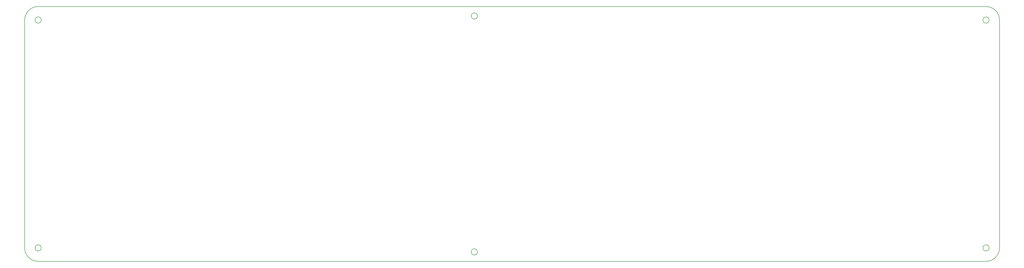
<source format=gm1>
G04 #@! TF.GenerationSoftware,KiCad,Pcbnew,(5.1.9)-1*
G04 #@! TF.CreationDate,2021-06-14T10:16:08-04:00*
G04 #@! TF.ProjectId,kastenwagen-bottom-plate,6b617374-656e-4776-9167-656e2d626f74,rev?*
G04 #@! TF.SameCoordinates,Original*
G04 #@! TF.FileFunction,Profile,NP*
%FSLAX46Y46*%
G04 Gerber Fmt 4.6, Leading zero omitted, Abs format (unit mm)*
G04 Created by KiCad (PCBNEW (5.1.9)-1) date 2021-06-14 10:16:08*
%MOMM*%
%LPD*%
G01*
G04 APERTURE LIST*
G04 #@! TA.AperFunction,Profile*
%ADD10C,0.200000*%
G04 #@! TD*
G04 #@! TA.AperFunction,Profile*
%ADD11C,0.150000*%
G04 #@! TD*
G04 APERTURE END LIST*
D10*
X14000000Y-99000000D02*
G75*
G02*
X9000000Y-94000000I0J5000000D01*
G01*
X9000000Y-9500000D02*
G75*
G02*
X14000000Y-4500000I5000000J0D01*
G01*
X9000000Y-94000000D02*
X9000000Y-9500000D01*
D11*
X366650000Y-94000000D02*
G75*
G03*
X366650000Y-94000000I-1150000J0D01*
G01*
D10*
X370500000Y-94000000D02*
G75*
G02*
X365500000Y-99000000I-5000000J0D01*
G01*
D11*
X176900000Y-8000000D02*
G75*
G03*
X176900000Y-8000000I-1150000J0D01*
G01*
D10*
X14000000Y-4500000D02*
X365500000Y-4500000D01*
D11*
X366650000Y-9500000D02*
G75*
G03*
X366650000Y-9500000I-1150000J0D01*
G01*
X176900000Y-95500000D02*
G75*
G03*
X176900000Y-95500000I-1150000J0D01*
G01*
X15150000Y-9500000D02*
G75*
G03*
X15150000Y-9500000I-1150000J0D01*
G01*
X15150000Y-94000000D02*
G75*
G03*
X15150000Y-94000000I-1150000J0D01*
G01*
D10*
X370500000Y-94000000D02*
X370500000Y-9500000D01*
X365500000Y-4500000D02*
G75*
G02*
X370500000Y-9500000I0J-5000000D01*
G01*
X14000000Y-99000000D02*
X365500000Y-99000000D01*
M02*

</source>
